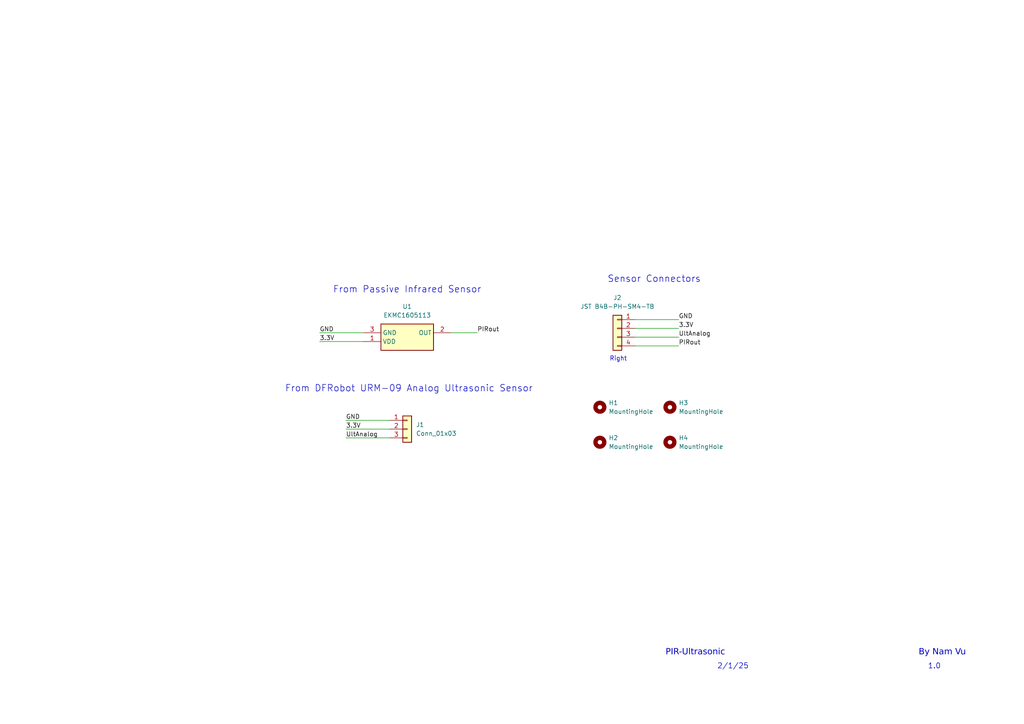
<source format=kicad_sch>
(kicad_sch (version 20231120) (generator "eeschema") (generator_version "8.0")
  (paper "A4")
  (lib_symbols
    (symbol "Connector_Generic:Conn_01x03" (pin_names (offset 1.016) hide)
      (property "Reference" "J" (at 0 5.08 0))
      (property "Value" "Conn_01x03" (at 0 -5.08 0))
      (symbol "Conn_01x03_1_1"
        (rectangle (start -1.27 -2.413) (end 0 -2.667) (stroke (width 0.1524)))
        (rectangle (start -1.27 0.127) (end 0 -0.127) (stroke (width 0.1524)))
        (rectangle (start -1.27 2.667) (end 0 2.413) (stroke (width 0.1524)))
        (rectangle (start -1.27 3.81) (end 1.27 -3.81) (stroke (width 0.254)) (fill (type background)))
        (pin passive line (at -5.08 2.54 0) (length 3.81) (name "Pin_1") (number "1"))
        (pin passive line (at -5.08 0 0) (length 3.81) (name "Pin_2") (number "2"))
        (pin passive line (at -5.08 -2.54 0) (length 3.81) (name "Pin_3") (number "3"))
      )
    )
    (symbol "Connector_Generic:Conn_01x04" (pin_names (offset 1.016) hide)
      (property "Reference" "J" (at 0 5.08 0))
      (property "Value" "Conn_01x04" (at 0 -7.62 0))
      (symbol "Conn_01x04_1_1"
        (rectangle (start -1.27 -4.953) (end 0 -5.207) (stroke (width 0.1524)))
        (rectangle (start -1.27 -2.413) (end 0 -2.667) (stroke (width 0.1524)))
        (rectangle (start -1.27 0.127) (end 0 -0.127) (stroke (width 0.1524)))
        (rectangle (start -1.27 2.667) (end 0 2.413) (stroke (width 0.1524)))
        (rectangle (start -1.27 3.81) (end 1.27 -6.35) (stroke (width 0.254)) (fill (type background)))
        (pin passive line (at -5.08 2.54 0) (length 3.81) (name "Pin_1") (number "1"))
        (pin passive line (at -5.08 0 0) (length 3.81) (name "Pin_2") (number "2"))
        (pin passive line (at -5.08 -2.54 0) (length 3.81) (name "Pin_3") (number "3"))
        (pin passive line (at -5.08 -5.08 0) (length 3.81) (name "Pin_4") (number "4"))
      )
    )
    (symbol "EKMC1605113:EKMC1605113"
      (property "Reference" "U" (at 21.59 7.62 0))
      (property "Value" "EKMC1605113" (at 21.59 5.08 0))
      (symbol "EKMC1605113_1_1"
        (rectangle (start 5.08 2.54) (end 20.32 -5.08) (stroke (width 0.254)) (fill (type background)))
        (pin passive line (at 0 -2.54 0) (length 5.08) (name "VDD") (number "1"))
        (pin passive line (at 25.4 0 180) (length 5.08) (name "OUT") (number "2"))
        (pin passive line (at 0 0 0) (length 5.08) (name "GND") (number "3"))
      )
    )
    (symbol "Mechanical:MountingHole" (pin_names (offset 1.016)) (exclude_from_sim yes) (in_bom no)
      (property "Reference" "H" (at 0 5.08 0))
      (property "Value" "MountingHole" (at 0 3.175 0))
      (symbol "MountingHole_0_1"
        (circle (center 0 0) (radius 1.27) (stroke (width 1.27)))
      )
    )
  )
  (wire (pts (xy 184.15 95.25) (xy 196.85 95.25)))
  (wire (pts (xy 100.33 127) (xy 113.03 127)))
  (wire (pts (xy 100.33 121.92) (xy 113.03 121.92)))
  (wire (pts (xy 92.71 96.52) (xy 105.41 96.52)))
  (wire (pts (xy 130.81 96.52) (xy 138.43 96.52)))
  (wire (pts (xy 100.33 124.46) (xy 113.03 124.46)))
  (wire (pts (xy 184.15 97.79) (xy 196.85 97.79)))
  (wire (pts (xy 184.15 100.33) (xy 196.85 100.33)))
  (wire (pts (xy 92.71 99.06) (xy 105.41 99.06)))
  (wire (pts (xy 184.15 92.71) (xy 196.85 92.71)))
  (text "From DFRobot URM-09 Analog Ultrasonic Sensor" (at 118.618 112.776 0) (effects (font (size 1.905 1.905))))
  (text "Right" (at 179.324 104.14 0) (effects (font (size 1.27 1.27))))
  (text "2/1/25" (at 212.598 193.294 0) (effects (font (size 1.524 1.524))))
  (text "Sensor Connectors" (at 189.738 81.026 0) (effects (font (size 1.905 1.905))))
  (text "From Passive Infrared Sensor" (at 118.11 84.074 0) (effects (font (size 1.905 1.905))))
  (text "1.0" (at 271.018 193.294 0) (effects (font (size 1.524 1.524))))
  (text "PIR-Ultrasonic" (at 201.676 189.738 0) (effects (font (size 1.778 1.778))))
  (text "By Nam Vu" (at 273.304 189.738 0) (effects (font (size 1.778 1.778))))
  (label "PIRout" (at 196.85 100.33 0))
  (label "3.3V" (at 92.71 99.06 0))
  (label "UltAnalog" (at 196.85 97.79 0))
  (label "GND" (at 100.33 121.92 0))
  (label "UltAnalog" (at 100.33 127 0))
  (label "GND" (at 196.85 92.71 0))
  (label "3.3V" (at 100.33 124.46 0))
  (label "GND" (at 92.71 96.52 0))
  (label "PIRout" (at 138.43 96.52 0))
  (label "3.3V" (at 196.85 95.25 0))
  (symbol (lib_id "Mechanical:MountingHole") (at 194.31 128.27 0) (unit 1) (exclude_from_sim yes) (in_bom no)
    (property "Reference" "H4" (at 196.85 126.9999 0) (effects (justify left)))
    (property "Value" "MountingHole" (at 196.85 129.5399 0) (effects (justify left)))
    (property "Footprint" "MountingHole:MountingHole_3.2mm_M3_ISO7380_Pad" (effects (hide yes)))
    (property "Description" "Mounting Hole without connection" (effects (hide yes)))
  )
  (symbol (lib_id "Connector_Generic:Conn_01x03") (at 118.11 124.46 0) (unit 1)
    (property "Reference" "J1" (at 120.65 123.1899 0) (effects (justify left)))
    (property "Value" "Conn_01x03" (at 120.65 125.7299 0) (effects (justify left)))
    (property "Footprint" "Connector_JST:JST_PH_S3B-PH-SM4-TB_1x03-1MP_P2.00mm_Horizontal" (effects (hide yes)))
    (property "Description" "Generic connector, single row, 01x03, script generated (kicad-library-utils/schlib/autogen/connector/)" (effects (hide yes)))
  )
  (symbol (lib_id "Connector_Generic:Conn_01x04") (at 179.07 95.25 0) (mirror y) (unit 1)
    (property "Reference" "J2" (at 179.07 86.36 0))
    (property "Value" "JST B4B-PH-SM4-TB" (at 179.07 88.9 0))
    (property "Footprint" "Connector_JST:JST_PH_B4B-PH-SM4-TB_1x04-1MP_P2.00mm_Vertical" (effects (hide yes)))
    (property "Description" "Generic connector, single row, 01x04, script generated (kicad-library-utils/schlib/autogen/connector/)" (effects (hide yes)))
    (property "Manufacturer Part Number" "B4B-PH-SM4-TB" (effects (hide yes)))
    (property "Header Connection" "Right" (effects (hide yes)))
  )
  (symbol (lib_id "Mechanical:MountingHole") (at 194.31 118.11 0) (unit 1) (exclude_from_sim yes) (in_bom no)
    (property "Reference" "H3" (at 196.85 116.8399 0) (effects (justify left)))
    (property "Value" "MountingHole" (at 196.85 119.3799 0) (effects (justify left)))
    (property "Footprint" "MountingHole:MountingHole_3.2mm_M3_ISO7380_Pad" (effects (hide yes)))
    (property "Description" "Mounting Hole without connection" (effects (hide yes)))
  )
  (symbol (lib_id "Mechanical:MountingHole") (at 173.99 118.11 0) (unit 1) (exclude_from_sim yes) (in_bom no)
    (property "Reference" "H1" (at 176.53 116.8399 0) (effects (justify left)))
    (property "Value" "MountingHole" (at 176.53 119.3799 0) (effects (justify left)))
    (property "Footprint" "MountingHole:MountingHole_3.2mm_M3_ISO7380_Pad" (effects (hide yes)))
    (property "Description" "Mounting Hole without connection" (effects (hide yes)))
  )
  (symbol (lib_id "Mechanical:MountingHole") (at 173.99 128.27 0) (unit 1) (exclude_from_sim yes) (in_bom no)
    (property "Reference" "H2" (at 176.53 126.9999 0) (effects (justify left)))
    (property "Value" "MountingHole" (at 176.53 129.5399 0) (effects (justify left)))
    (property "Footprint" "MountingHole:MountingHole_3.2mm_M3_ISO7380_Pad" (effects (hide yes)))
    (property "Description" "Mounting Hole without connection" (effects (hide yes)))
  )
  (symbol (lib_id "EKMC1605113:EKMC1605113") (at 105.41 96.52 0) (unit 1)
    (property "Reference" "U1" (at 118.11 88.9 0))
    (property "Value" "EKMC1605113" (at 118.11 91.44 0))
    (property "Footprint" "EKMC1605113" (effects (hide yes)))
    (property "Datasheet" "https://www3.panasonic.biz/ac/ae/dl/catalog/index.jsp?series_cd=2481&part_no=EKMC1605113" (effects (hide yes)))
    (property "Description" "PIR Sensor Digital 5m 3-Pin Tray Horizontally Wide Detection Type, 170A" (effects (hide yes)))
    (property "Height" "16.6" (effects (hide yes)))
    (property "Mouser Part Number" "667-EKMC1605113" (effects (hide yes)))
    (property "Mouser Price/Stock" "https://www.mouser.co.uk/ProductDetail/Panasonic-Industrial-Devices/EKMC1605113?qs=YCa%2FAAYMW038SgkU4g3cHw%3D%3D" (effects (hide yes)))
    (property "Manufacturer_Name" "Panasonic" (effects (hide yes)))
    (property "Manufacturer_Part_Number" "EKMC1605113" (effects (hide yes)))
  )
)
</source>
